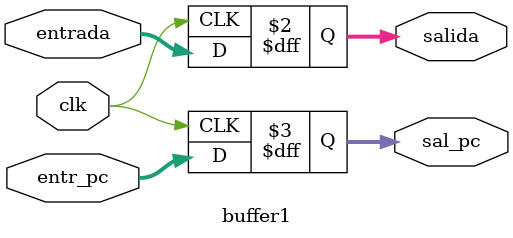
<source format=v>
module buffer1(
 	input clk,
	input[31:0] entrada,
	input [31:0] entr_pc,
	output reg [31:0]salida,
	output reg [31:0]sal_pc
);


always@(posedge clk)
begin
	salida <= entrada;	
	sal_pc <= entr_pc;
end

endmodule 
</source>
